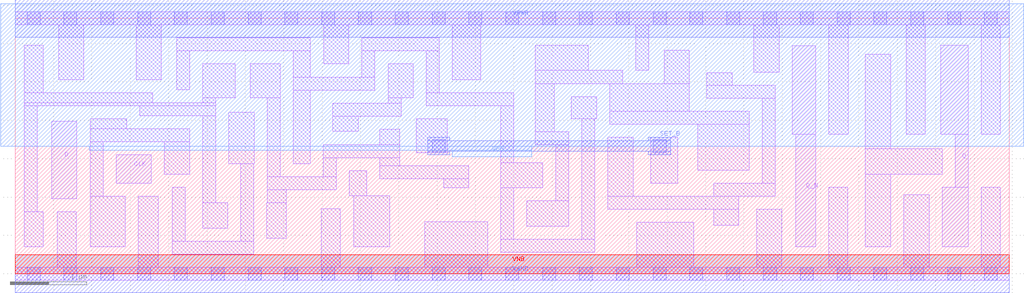
<source format=lef>
# Copyright 2020 The SkyWater PDK Authors
#
# Licensed under the Apache License, Version 2.0 (the "License");
# you may not use this file except in compliance with the License.
# You may obtain a copy of the License at
#
#     https://www.apache.org/licenses/LICENSE-2.0
#
# Unless required by applicable law or agreed to in writing, software
# distributed under the License is distributed on an "AS IS" BASIS,
# WITHOUT WARRANTIES OR CONDITIONS OF ANY KIND, either express or implied.
# See the License for the specific language governing permissions and
# limitations under the License.
#
# SPDX-License-Identifier: Apache-2.0

VERSION 5.7 ;
  NOWIREEXTENSIONATPIN ON ;
  DIVIDERCHAR "/" ;
  BUSBITCHARS "[]" ;
MACRO sky130_fd_sc_ls__dfsbp_2
  CLASS CORE ;
  FOREIGN sky130_fd_sc_ls__dfsbp_2 ;
  ORIGIN  0.000000  0.000000 ;
  SIZE  12.96000 BY  3.330000 ;
  SYMMETRY X Y ;
  SITE unit ;
  PIN D
    ANTENNAGATEAREA  0.126000 ;
    DIRECTION INPUT ;
    USE SIGNAL ;
    PORT
      LAYER li1 ;
        RECT 0.475000 0.980000 0.805000 1.990000 ;
    END
  END D
  PIN Q
    ANTENNADIFFAREA  0.543200 ;
    DIRECTION OUTPUT ;
    USE SIGNAL ;
    PORT
      LAYER li1 ;
        RECT 12.065000 1.820000 12.425000 2.980000 ;
        RECT 12.085000 0.350000 12.425000 1.130000 ;
        RECT 12.255000 1.130000 12.425000 1.820000 ;
    END
  END Q
  PIN Q_N
    ANTENNADIFFAREA  0.543200 ;
    DIRECTION OUTPUT ;
    USE SIGNAL ;
    PORT
      LAYER li1 ;
        RECT 10.130000 1.820000 10.435000 2.970000 ;
        RECT 10.175000 0.350000 10.435000 1.820000 ;
    END
  END Q_N
  PIN SET_B
    ANTENNAGATEAREA  0.252000 ;
    DIRECTION INPUT ;
    USE SIGNAL ;
    PORT
      LAYER met1 ;
        RECT 5.375000 1.550000 5.665000 1.595000 ;
        RECT 5.375000 1.595000 8.545000 1.735000 ;
        RECT 5.375000 1.735000 5.665000 1.780000 ;
        RECT 8.255000 1.550000 8.545000 1.595000 ;
        RECT 8.255000 1.735000 8.545000 1.780000 ;
    END
  END SET_B
  PIN CLK
    ANTENNAGATEAREA  0.279000 ;
    DIRECTION INPUT ;
    USE CLOCK ;
    PORT
      LAYER li1 ;
        RECT 1.315000 1.180000 1.775000 1.550000 ;
    END
  END CLK
  PIN VGND
    DIRECTION INOUT ;
    SHAPE ABUTMENT ;
    USE GROUND ;
    PORT
      LAYER met1 ;
        RECT 0.000000 -0.245000 12.960000 0.245000 ;
    END
  END VGND
  PIN VNB
    DIRECTION INOUT ;
    USE GROUND ;
    PORT
      LAYER pwell ;
        RECT 0.000000 0.000000 12.960000 0.245000 ;
    END
  END VNB
  PIN VPB
    DIRECTION INOUT ;
    USE POWER ;
    PORT
      LAYER nwell ;
        RECT -0.190000 1.660000 13.150000 3.520000 ;
        RECT  0.965000 1.610000  6.735000 1.660000 ;
        RECT  5.695000 1.525000  6.735000 1.610000 ;
    END
  END VPB
  PIN VPWR
    DIRECTION INOUT ;
    SHAPE ABUTMENT ;
    USE POWER ;
    PORT
      LAYER met1 ;
        RECT 0.000000 3.085000 12.960000 3.575000 ;
    END
  END VPWR
  OBS
    LAYER li1 ;
      RECT  0.000000 -0.085000 12.960000 0.085000 ;
      RECT  0.000000  3.245000 12.960000 3.415000 ;
      RECT  0.115000  0.350000  0.365000 0.810000 ;
      RECT  0.115000  0.810000  0.285000 2.190000 ;
      RECT  0.115000  2.190000  2.615000 2.230000 ;
      RECT  0.115000  2.230000  1.795000 2.360000 ;
      RECT  0.115000  2.360000  0.365000 2.980000 ;
      RECT  0.545000  0.085000  0.795000 0.810000 ;
      RECT  0.565000  2.530000  0.895000 3.245000 ;
      RECT  0.975000  0.350000  1.435000 1.010000 ;
      RECT  0.975000  1.010000  1.145000 1.720000 ;
      RECT  0.975000  1.720000  2.275000 1.890000 ;
      RECT  0.975000  1.890000  1.455000 2.020000 ;
      RECT  1.575000  2.530000  1.905000 3.245000 ;
      RECT  1.605000  0.085000  1.865000 1.010000 ;
      RECT  1.625000  2.060000  2.615000 2.190000 ;
      RECT  1.945000  1.300000  2.275000 1.720000 ;
      RECT  2.045000  0.255000  3.110000 0.425000 ;
      RECT  2.045000  0.425000  2.215000 1.130000 ;
      RECT  2.105000  2.400000  2.275000 2.905000 ;
      RECT  2.105000  2.905000  3.845000 3.075000 ;
      RECT  2.445000  0.595000  2.770000 0.925000 ;
      RECT  2.445000  0.925000  2.615000 2.060000 ;
      RECT  2.445000  2.230000  2.615000 2.295000 ;
      RECT  2.445000  2.295000  2.865000 2.735000 ;
      RECT  2.785000  1.435000  3.115000 2.105000 ;
      RECT  2.940000  0.425000  3.110000 1.435000 ;
      RECT  3.065000  2.295000  3.455000 2.735000 ;
      RECT  3.280000  0.465000  3.530000 0.925000 ;
      RECT  3.285000  0.925000  3.530000 1.095000 ;
      RECT  3.285000  1.095000  4.185000 1.265000 ;
      RECT  3.285000  1.265000  3.455000 2.295000 ;
      RECT  3.625000  1.435000  3.845000 2.395000 ;
      RECT  3.625000  2.395000  4.690000 2.565000 ;
      RECT  3.625000  2.565000  3.845000 2.905000 ;
      RECT  3.990000  0.085000  4.240000 0.845000 ;
      RECT  4.015000  1.265000  4.185000 1.515000 ;
      RECT  4.015000  1.515000  5.015000 1.685000 ;
      RECT  4.020000  2.735000  4.350000 3.245000 ;
      RECT  4.140000  1.855000  4.470000 2.055000 ;
      RECT  4.140000  2.055000  5.030000 2.225000 ;
      RECT  4.355000  1.015000  4.580000 1.345000 ;
      RECT  4.410000  0.350000  4.880000 1.015000 ;
      RECT  4.520000  2.565000  4.690000 2.905000 ;
      RECT  4.520000  2.905000  5.530000 3.075000 ;
      RECT  4.750000  1.240000  5.915000 1.410000 ;
      RECT  4.750000  1.410000  5.015000 1.515000 ;
      RECT  4.750000  1.685000  5.015000 1.885000 ;
      RECT  4.860000  2.225000  5.030000 2.295000 ;
      RECT  4.860000  2.295000  5.190000 2.735000 ;
      RECT  5.225000  1.580000  5.635000 2.020000 ;
      RECT  5.340000  0.085000  6.160000 0.680000 ;
      RECT  5.360000  2.190000  6.500000 2.360000 ;
      RECT  5.360000  2.360000  5.530000 2.905000 ;
      RECT  5.585000  1.120000  5.915000 1.240000 ;
      RECT  5.700000  2.530000  6.070000 3.245000 ;
      RECT  6.330000  0.280000  7.555000 0.450000 ;
      RECT  6.330000  0.450000  6.500000 1.120000 ;
      RECT  6.330000  1.120000  6.875000 1.450000 ;
      RECT  6.330000  1.450000  6.500000 2.190000 ;
      RECT  6.670000  0.620000  7.215000 0.950000 ;
      RECT  6.780000  1.680000  7.215000 1.850000 ;
      RECT  6.780000  1.850000  7.030000 2.480000 ;
      RECT  6.780000  2.480000  7.920000 2.650000 ;
      RECT  6.780000  2.650000  7.470000 2.980000 ;
      RECT  7.045000  0.950000  7.215000 1.680000 ;
      RECT  7.250000  2.020000  7.580000 2.310000 ;
      RECT  7.385000  0.450000  7.555000 2.020000 ;
      RECT  7.725000  0.840000  9.435000 1.010000 ;
      RECT  7.725000  1.010000  8.055000 1.780000 ;
      RECT  7.750000  1.950000  9.570000 2.120000 ;
      RECT  7.750000  2.120000  8.790000 2.480000 ;
      RECT  8.090000  2.650000  8.260000 3.245000 ;
      RECT  8.100000  0.085000  8.845000 0.670000 ;
      RECT  8.285000  1.180000  8.640000 1.780000 ;
      RECT  8.460000  2.480000  8.790000 2.915000 ;
      RECT  8.900000  1.350000  9.570000 1.950000 ;
      RECT  9.015000  2.290000  9.910000 2.460000 ;
      RECT  9.015000  2.460000  9.345000 2.620000 ;
      RECT  9.105000  0.635000  9.435000 0.840000 ;
      RECT  9.105000  1.010000  9.910000 1.180000 ;
      RECT  9.630000  2.630000  9.960000 3.245000 ;
      RECT  9.665000  0.085000  9.995000 0.840000 ;
      RECT  9.740000  1.180000  9.910000 2.290000 ;
      RECT 10.605000  0.085000 10.855000 1.130000 ;
      RECT 10.605000  1.820000 10.860000 3.245000 ;
      RECT 11.085000  0.350000 11.415000 1.300000 ;
      RECT 11.085000  1.300000 12.085000 1.630000 ;
      RECT 11.085000  1.630000 11.415000 2.860000 ;
      RECT 11.585000  0.085000 11.915000 1.030000 ;
      RECT 11.615000  1.820000 11.865000 3.245000 ;
      RECT 12.595000  0.085000 12.845000 1.130000 ;
      RECT 12.595000  1.820000 12.845000 3.245000 ;
    LAYER mcon ;
      RECT  0.155000 -0.085000  0.325000 0.085000 ;
      RECT  0.155000  3.245000  0.325000 3.415000 ;
      RECT  0.635000 -0.085000  0.805000 0.085000 ;
      RECT  0.635000  3.245000  0.805000 3.415000 ;
      RECT  1.115000 -0.085000  1.285000 0.085000 ;
      RECT  1.115000  3.245000  1.285000 3.415000 ;
      RECT  1.595000 -0.085000  1.765000 0.085000 ;
      RECT  1.595000  3.245000  1.765000 3.415000 ;
      RECT  2.075000 -0.085000  2.245000 0.085000 ;
      RECT  2.075000  3.245000  2.245000 3.415000 ;
      RECT  2.555000 -0.085000  2.725000 0.085000 ;
      RECT  2.555000  3.245000  2.725000 3.415000 ;
      RECT  3.035000 -0.085000  3.205000 0.085000 ;
      RECT  3.035000  3.245000  3.205000 3.415000 ;
      RECT  3.515000 -0.085000  3.685000 0.085000 ;
      RECT  3.515000  3.245000  3.685000 3.415000 ;
      RECT  3.995000 -0.085000  4.165000 0.085000 ;
      RECT  3.995000  3.245000  4.165000 3.415000 ;
      RECT  4.475000 -0.085000  4.645000 0.085000 ;
      RECT  4.475000  3.245000  4.645000 3.415000 ;
      RECT  4.955000 -0.085000  5.125000 0.085000 ;
      RECT  4.955000  3.245000  5.125000 3.415000 ;
      RECT  5.435000 -0.085000  5.605000 0.085000 ;
      RECT  5.435000  1.580000  5.605000 1.750000 ;
      RECT  5.435000  3.245000  5.605000 3.415000 ;
      RECT  5.915000 -0.085000  6.085000 0.085000 ;
      RECT  5.915000  3.245000  6.085000 3.415000 ;
      RECT  6.395000 -0.085000  6.565000 0.085000 ;
      RECT  6.395000  3.245000  6.565000 3.415000 ;
      RECT  6.875000 -0.085000  7.045000 0.085000 ;
      RECT  6.875000  3.245000  7.045000 3.415000 ;
      RECT  7.355000 -0.085000  7.525000 0.085000 ;
      RECT  7.355000  3.245000  7.525000 3.415000 ;
      RECT  7.835000 -0.085000  8.005000 0.085000 ;
      RECT  7.835000  3.245000  8.005000 3.415000 ;
      RECT  8.315000 -0.085000  8.485000 0.085000 ;
      RECT  8.315000  1.580000  8.485000 1.750000 ;
      RECT  8.315000  3.245000  8.485000 3.415000 ;
      RECT  8.795000 -0.085000  8.965000 0.085000 ;
      RECT  8.795000  3.245000  8.965000 3.415000 ;
      RECT  9.275000 -0.085000  9.445000 0.085000 ;
      RECT  9.275000  3.245000  9.445000 3.415000 ;
      RECT  9.755000 -0.085000  9.925000 0.085000 ;
      RECT  9.755000  3.245000  9.925000 3.415000 ;
      RECT 10.235000 -0.085000 10.405000 0.085000 ;
      RECT 10.235000  3.245000 10.405000 3.415000 ;
      RECT 10.715000 -0.085000 10.885000 0.085000 ;
      RECT 10.715000  3.245000 10.885000 3.415000 ;
      RECT 11.195000 -0.085000 11.365000 0.085000 ;
      RECT 11.195000  3.245000 11.365000 3.415000 ;
      RECT 11.675000 -0.085000 11.845000 0.085000 ;
      RECT 11.675000  3.245000 11.845000 3.415000 ;
      RECT 12.155000 -0.085000 12.325000 0.085000 ;
      RECT 12.155000  3.245000 12.325000 3.415000 ;
      RECT 12.635000 -0.085000 12.805000 0.085000 ;
      RECT 12.635000  3.245000 12.805000 3.415000 ;
  END
END sky130_fd_sc_ls__dfsbp_2
END LIBRARY

</source>
